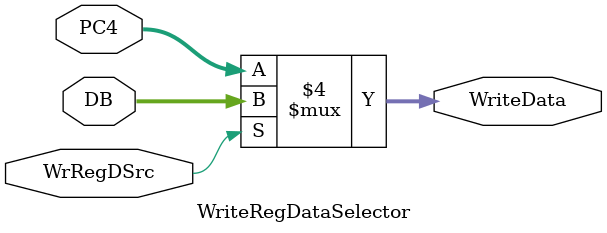
<source format=v>
`timescale 1ns / 1ps

module WriteRegDataSelector(
    input WrRegDSrc,
    input[31:0]PC4,
    input[31:0]DB,
    output reg[31:0]WriteData
    );
    
    always@(WrRegDSrc)
    begin
        if(WrRegDSrc==0)
            begin
                WriteData=PC4;
            end
            
        else
        begin
            WriteData=DB;
        end
    end
    
endmodule

</source>
